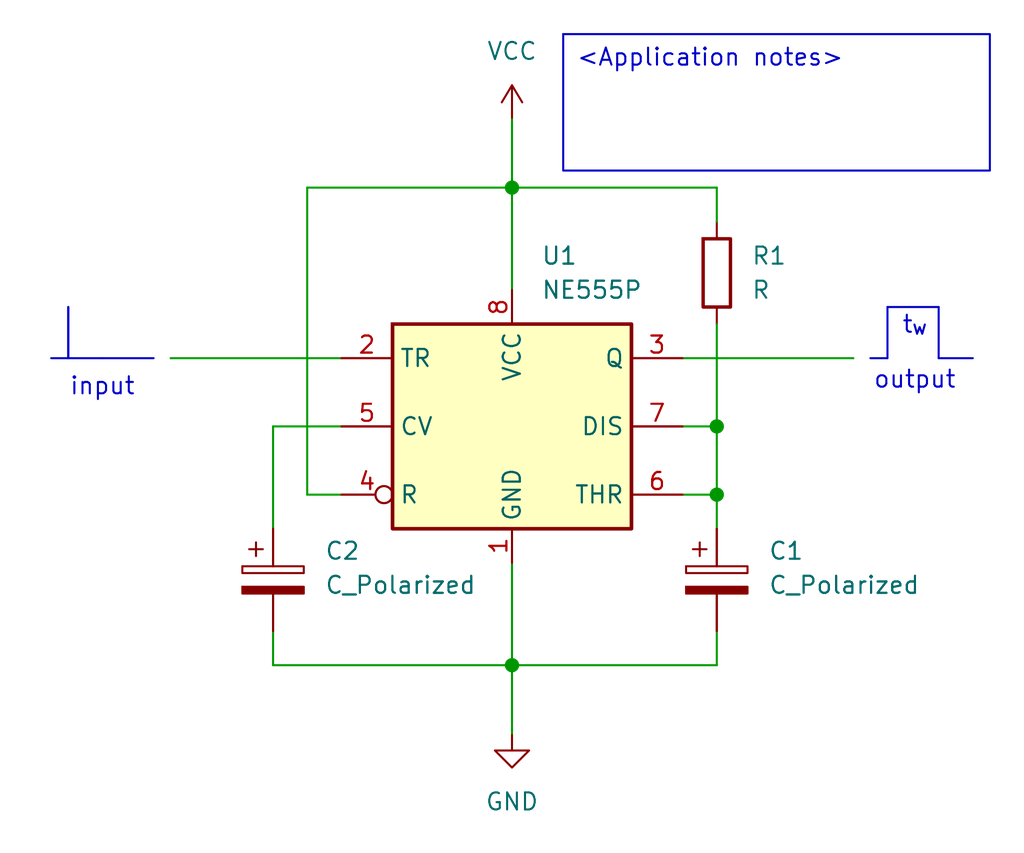
<source format=kicad_sch>
(kicad_sch (version 20250114) (generator "eeschema") (generator_version "9.0")
  (paper "User" 76.2 63.5)
  (lib_symbols
    (symbol "Device:C_Polarized" (pin_numbers (hide yes)) (pin_names (offset 0.254))
      (property "Reference" "C" (at 0.635 2.54 0))
      (property "Value" "C_Polarized" (at 0.635 -2.54 0))
      (symbol "C_Polarized_0_1"
        (rectangle (start -2.286 0.508) (end 2.286 1.016))
        (polyline (pts (xy -1.778 2.286) (xy -0.762 2.286)))
        (polyline (pts (xy -1.27 2.794) (xy -1.27 1.778)))
        (rectangle (start 2.286 -0.508) (end -2.286 -1.016) (fill (type outline)))
      )
      (symbol "C_Polarized_1_1"
        (pin passive line (at 0 3.81 270) (length 2.794) (name "~") (number "1"))
        (pin passive line (at 0 -3.81 90) (length 2.794) (name "~") (number "2"))
      )
    )
    (symbol "Device:R" (pin_numbers (hide yes)) (pin_names (offset 0))
      (property "Reference" "R" (at 2.032 0 90))
      (property "Value" "R" (at 0 0 90))
      (symbol "R_0_1"
        (rectangle (start -1.016 -2.54) (end 1.016 2.54) (stroke (width 0.254)))
      )
      (symbol "R_1_1"
        (pin passive line (at 0 3.81 270) (length 1.27) (name "~") (number "1"))
        (pin passive line (at 0 -3.81 90) (length 1.27) (name "~") (number "2"))
      )
    )
    (symbol "Timer:NE555P"
      (property "Reference" "U" (at -10.16 8.89 0))
      (property "Value" "NE555P" (at 2.54 8.89 0))
      (symbol "NE555P_0_0"
        (pin power_in line (at 0 10.16 270) (length 2.54) (name "VCC") (number "8"))
        (pin power_in line (at 0 -10.16 90) (length 2.54) (name "GND") (number "1"))
      )
      (symbol "NE555P_0_1"
        (rectangle (start -8.89 -7.62) (end 8.89 7.62) (stroke (width 0.254)) (fill (type background)))
        (rectangle (start -8.89 -7.62) (end 8.89 7.62) (stroke (width 0.254)) (fill (type background)))
      )
      (symbol "NE555P_1_1"
        (pin input line (at -12.7 5.08 0) (length 3.81) (name "TR") (number "2"))
        (pin input line (at -12.7 0 0) (length 3.81) (name "CV") (number "5"))
        (pin input inverted (at -12.7 -5.08 0) (length 3.81) (name "R") (number "4"))
        (pin output line (at 12.7 5.08 180) (length 3.81) (name "Q") (number "3"))
        (pin input line (at 12.7 0 180) (length 3.81) (name "DIS") (number "7"))
        (pin input line (at 12.7 -5.08 180) (length 3.81) (name "THR") (number "6"))
      )
    )
    (symbol "power:GND" (power) (pin_numbers (hide yes)) (pin_names (offset 0) (hide yes))
      (property "Value" "GND" (at 0 -3.81 0))
      (symbol "GND_0_1"
        (polyline (pts (xy 0 0) (xy 0 -1.27) (xy 1.27 -1.27) (xy 0 -2.54) (xy -1.27 -1.27) (xy 0 -1.27)))
      )
      (symbol "GND_1_1"
        (pin power_in line (at 0 0 270) (length 0) (name "~") (number "1"))
      )
    )
    (symbol "power:VCC" (power) (pin_numbers (hide yes)) (pin_names (offset 0) (hide yes))
      (property "Value" "VCC" (at 0 3.556 0))
      (symbol "VCC_0_1"
        (polyline (pts (xy -0.762 1.27) (xy 0 2.54)))
        (polyline (pts (xy 0 2.54) (xy 0.762 1.27)))
        (polyline (pts (xy 0 0) (xy 0 2.54)))
      )
      (symbol "VCC_1_1"
        (pin power_in line (at 0 0 90) (length 0) (name "~") (number "1"))
      )
    )
  )
  (text "input" (at 7.62 28.956 0) (effects (font (size 1.27 1.27))))
  (text "t_{w}\n\noutput" (at 68.072 26.416 0) (effects (font (size 1.27 1.27))))
  (text_box "<Application notes>" (at 41.91 2.54 0) (size 31.75 10.16) (margins 0.9525 0.9525 0.9525 0.9525) (effects (font (size 1.27 1.27)) (justify left top)))
  (junction (at 53.34 31.75))
  (junction (at 53.34 36.83))
  (junction (at 38.1 49.53))
  (junction (at 38.1 13.97))
  (wire (pts (xy 38.1 13.97) (xy 38.1 21.59)))
  (wire (pts (xy 53.34 36.83) (xy 53.34 39.37)))
  (wire (pts (xy 12.7 26.67) (xy 25.4 26.67)))
  (polyline (pts (xy 66.04 22.86) (xy 69.85 22.86)))
  (polyline (pts (xy 69.85 22.86) (xy 69.85 26.67)))
  (wire (pts (xy 22.86 13.97) (xy 38.1 13.97)))
  (wire (pts (xy 25.4 36.83) (xy 22.86 36.83)))
  (wire (pts (xy 53.34 24.13) (xy 53.34 31.75)))
  (wire (pts (xy 38.1 8.89) (xy 38.1 13.97)))
  (wire (pts (xy 38.1 41.91) (xy 38.1 49.53)))
  (wire (pts (xy 20.32 39.37) (xy 20.32 31.75)))
  (polyline (pts (xy 66.04 26.67) (xy 66.04 22.86)))
  (wire (pts (xy 53.34 46.99) (xy 53.34 49.53)))
  (wire (pts (xy 20.32 31.75) (xy 25.4 31.75)))
  (wire (pts (xy 20.32 49.53) (xy 38.1 49.53)))
  (polyline (pts (xy 5.08 22.86) (xy 5.08 26.67)))
  (polyline (pts (xy 3.81 26.67) (xy 5.08 26.67)))
  (polyline (pts (xy 5.08 22.86) (xy 5.08 26.67)))
  (polyline (pts (xy 69.85 26.67) (xy 72.39 26.67)))
  (wire (pts (xy 22.86 36.83) (xy 22.86 13.97)))
  (wire (pts (xy 53.34 31.75) (xy 50.8 31.75)))
  (wire (pts (xy 20.32 46.99) (xy 20.32 49.53)))
  (wire (pts (xy 53.34 49.53) (xy 38.1 49.53)))
  (wire (pts (xy 53.34 13.97) (xy 38.1 13.97)))
  (wire (pts (xy 53.34 36.83) (xy 50.8 36.83)))
  (wire (pts (xy 50.8 26.67) (xy 63.5 26.67)))
  (wire (pts (xy 38.1 49.53) (xy 38.1 54.61)))
  (polyline (pts (xy 64.77 26.67) (xy 66.04 26.67)))
  (wire (pts (xy 53.34 31.75) (xy 53.34 36.83)))
  (polyline (pts (xy 5.08 26.67) (xy 7.62 26.67)))
  (polyline (pts (xy 7.62 26.67) (xy 11.43 26.67)))
  (wire (pts (xy 53.34 16.51) (xy 53.34 13.97)))
  (symbol (lib_id "power:GND") (at 38.1 54.61 0) (unit 1)
    (property "Reference" "#PWR01" (effects (hide yes)))
    (property "Value" "GND" (at 38.1 59.69 0))
    (property "Description" "Power symbol creates a global label with name \"GND\" , ground" (effects (hide yes)))
  )
  (symbol (lib_id "Device:R") (at 53.34 20.32 0) (unit 1)
    (property "Reference" "R1" (at 55.88 19.0499 0) (effects (justify left)))
    (property "Value" "R" (at 55.88 21.5899 0) (effects (justify left)))
    (property "Description" "Resistor" (effects (hide yes)))
  )
  (symbol (lib_id "Device:C_Polarized") (at 20.32 43.18 0) (unit 1)
    (property "Reference" "C2" (at 24.13 41.0209 0) (effects (justify left)))
    (property "Value" "C_Polarized" (at 24.13 43.5609 0) (effects (justify left)))
    (property "Description" "Polarized capacitor" (effects (hide yes)))
  )
  (symbol (lib_id "Device:C_Polarized") (at 53.34 43.18 0) (unit 1)
    (property "Reference" "C1" (at 57.15 41.0209 0) (effects (justify left)))
    (property "Value" "C_Polarized" (at 57.15 43.5609 0) (effects (justify left)))
    (property "Description" "Polarized capacitor" (effects (hide yes)))
  )
  (symbol (lib_id "Timer:NE555P") (at 38.1 31.75 0) (unit 1)
    (property "Reference" "U1" (at 40.2433 19.05 0) (effects (justify left)))
    (property "Value" "NE555P" (at 40.2433 21.59 0) (effects (justify left)))
    (property "Footprint" "Package_DIP:DIP-8_W7.62mm" (effects (hide yes)))
    (property "Datasheet" "http://www.ti.com/lit/ds/symlink/ne555.pdf" (effects (hide yes)))
    (property "Description" "Precision Timers, 555 compatible,  PDIP-8" (effects (hide yes)))
  )
  (symbol (lib_id "power:VCC") (at 38.1 8.89 0) (unit 1)
    (property "Reference" "#PWR02" (effects (hide yes)))
    (property "Value" "VCC" (at 38.1 3.81 0))
    (property "Description" "Power symbol creates a global label with name \"VCC\"" (effects (hide yes)))
  )
)
</source>
